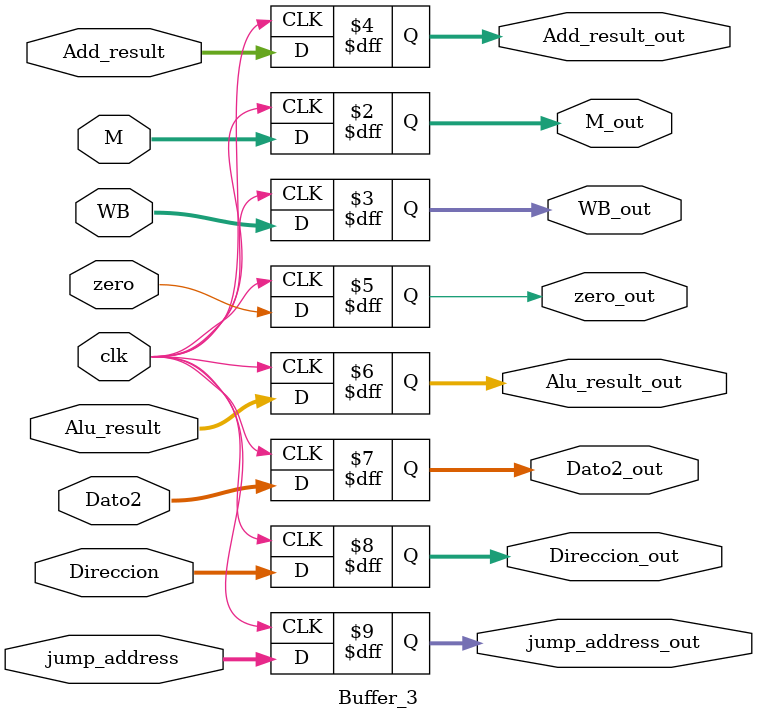
<source format=v>
module Buffer_3(
	input clk,
	input [2:0] M,
	input [2:0] WB,
	input [31:0]Add_result,
	input zero,
	input [31:0] Alu_result,
	input [31:0] Dato2,
	input [4:0] Direccion,
	input [31:0] jump_address,
	
	output reg [2:0] M_out,
	output reg [2:0] WB_out,
	output reg [31:0]Add_result_out,
	output reg zero_out,
	output reg [31:0] Alu_result_out,
	output reg [31:0] Dato2_out,
	output reg [4:0] Direccion_out,
	output reg [31:0] jump_address_out
);


always@(posedge clk)
begin
	M_out <= M;
	WB_out <= WB;
	Add_result_out <= Add_result;
	zero_out <= zero;
	Alu_result_out <= Alu_result;
	Dato2_out <= Dato2;
	Direccion_out <= Direccion;
	jump_address_out <= jump_address;
end

endmodule

</source>
